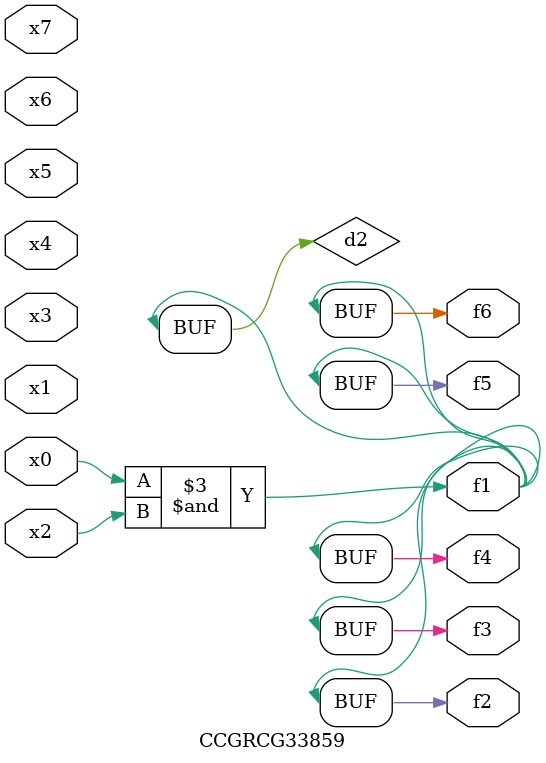
<source format=v>
module CCGRCG33859(
	input x0, x1, x2, x3, x4, x5, x6, x7,
	output f1, f2, f3, f4, f5, f6
);

	wire d1, d2;

	nor (d1, x3, x6);
	and (d2, x0, x2);
	assign f1 = d2;
	assign f2 = d2;
	assign f3 = d2;
	assign f4 = d2;
	assign f5 = d2;
	assign f6 = d2;
endmodule

</source>
